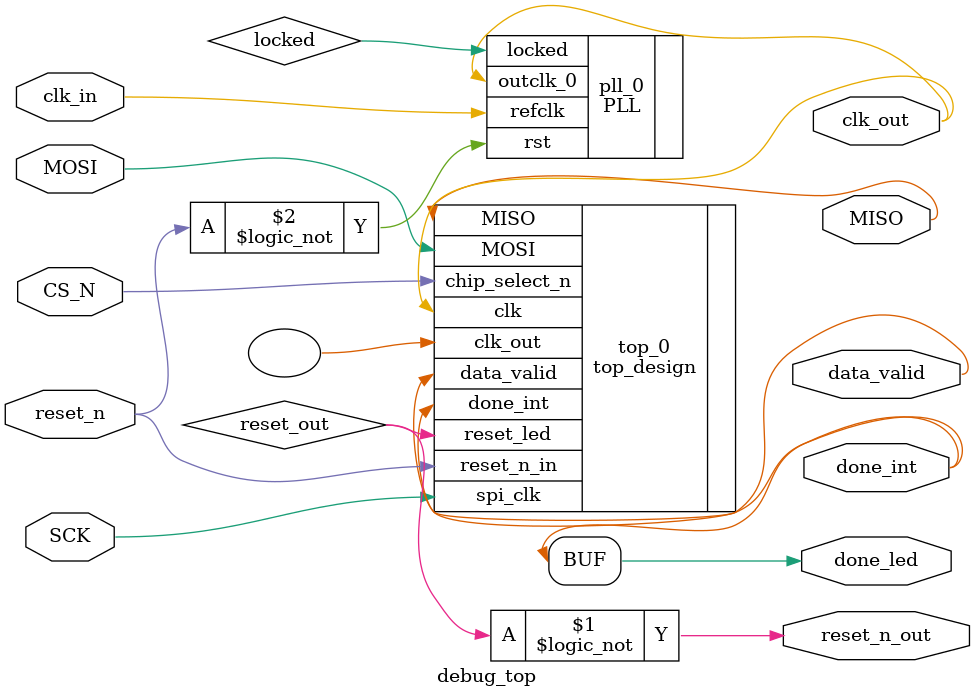
<source format=v>
`timescale 1ns / 1ps


module debug_top(
    input reset_n,
    output MISO,
    input MOSI,
    input SCK,
    input CS_N,
    output done_int,
	 output done_led,
    output data_valid,
    output reset_n_out,
    input clk_in,
    output clk_out
    );
	 

assign done_led = done_int;

assign reset_n_out = !reset_out;

top_design #(
    .WIDTH_WGT(8),
    .DATA_WIDTH(8),
    .PSUM_WIDTH(32),
    .N_PEs(16),
    .N_PEsby4(4),
    .BIAS_WIDTH(16),
    .ALPHA_WIDTH(16),
    .BETA_WIDTH(8),
    
    .WIDTH_ADDR_ACT(12), 
    .WIDTH_ACT_MEM(8), 
    .DEPTH_ACT_MEM(3000),
    .ACT_MEM_HEADER(2'b10),
    
    .WIDTH_ADDR_PARAM(15), 
    .WIDTH_PARAM_MEM(128),
    .DEPTH_PARAM_MEM(25500),
    .PARAM_MEM_HEADER(2'b01),
    
    .WIDTH_ADDR_INST(6),
    .WIDTH_INST_MEM(80), 
    .DEPTH_INST_MEM(64),
    .INST_MEM_HEADER(2'b11),
     
    .WIDTH_SPI_WORD(8),
    .SPI_OUT_ADDRESS_SIZE(4),
    .SPI_IN_ADDRESS_SIZE(4),
    .SPI_OUT_ADDRESS_DEPTH(16),
    
    .WGT_TILE_WIDTH(8)
) top_0 (
    .MISO(MISO),
    .MOSI(MOSI),
    .spi_clk(SCK),
    .chip_select_n(CS_N),
    .clk(clk_out),
    .reset_n_in(reset_n),
    .done_int(done_int),
    .data_valid(data_valid),
    .reset_led(reset_out),
    .clk_out()
);

PLL pll_0 (
		.refclk   (clk_in),   //  refclk.clk
		.rst      (!reset_n),      //   reset.reset
		.outclk_0 (clk_out), // outclk0.clk
		.locked   (locked)    //  locked.export
	);




endmodule

</source>
